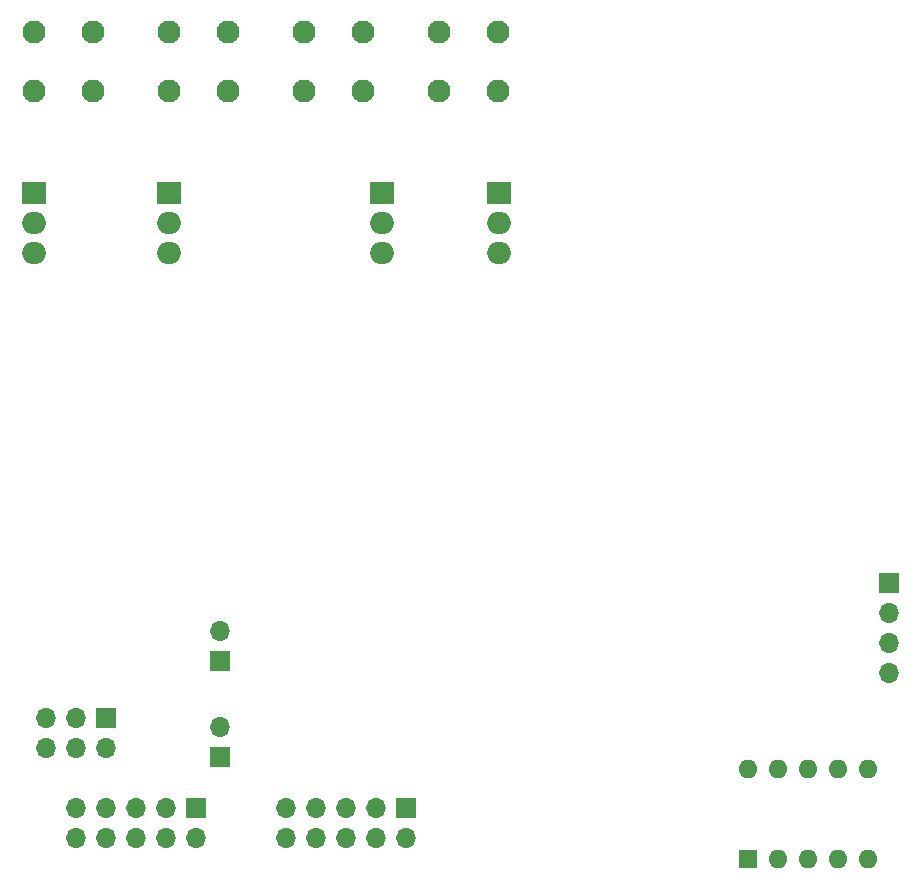
<source format=gbr>
%TF.GenerationSoftware,KiCad,Pcbnew,5.1.10-88a1d61d58~90~ubuntu20.04.1*%
%TF.CreationDate,2021-10-13T16:19:26+02:00*%
%TF.ProjectId,XT_V1,58545f56-312e-46b6-9963-61645f706362,rev?*%
%TF.SameCoordinates,Original*%
%TF.FileFunction,Soldermask,Bot*%
%TF.FilePolarity,Negative*%
%FSLAX46Y46*%
G04 Gerber Fmt 4.6, Leading zero omitted, Abs format (unit mm)*
G04 Created by KiCad (PCBNEW 5.1.10-88a1d61d58~90~ubuntu20.04.1) date 2021-10-13 16:19:26*
%MOMM*%
%LPD*%
G01*
G04 APERTURE LIST*
%ADD10O,2.000000X1.905000*%
%ADD11R,2.000000X1.905000*%
%ADD12C,1.950000*%
%ADD13O,1.600000X1.600000*%
%ADD14R,1.600000X1.600000*%
%ADD15O,1.700000X1.700000*%
%ADD16R,1.700000X1.700000*%
G04 APERTURE END LIST*
D10*
%TO.C,Q10*%
X154686000Y-82296000D03*
X154686000Y-79756000D03*
D11*
X154686000Y-77216000D03*
%TD*%
D10*
%TO.C,Q9*%
X144780000Y-82296000D03*
X144780000Y-79756000D03*
D11*
X144780000Y-77216000D03*
%TD*%
D10*
%TO.C,Q8*%
X126746000Y-82296000D03*
X126746000Y-79756000D03*
D11*
X126746000Y-77216000D03*
%TD*%
D10*
%TO.C,Q6*%
X115316000Y-82296000D03*
X115316000Y-79756000D03*
D11*
X115316000Y-77216000D03*
%TD*%
D12*
%TO.C,J10*%
X154606000Y-63580000D03*
X154606000Y-68580000D03*
X149606000Y-63580000D03*
X149606000Y-68580000D03*
%TD*%
%TO.C,J9*%
X143176000Y-63580000D03*
X143176000Y-68580000D03*
X138176000Y-63580000D03*
X138176000Y-68580000D03*
%TD*%
%TO.C,J8*%
X120316000Y-63580000D03*
X120316000Y-68580000D03*
X115316000Y-63580000D03*
X115316000Y-68580000D03*
%TD*%
%TO.C,J7*%
X131746000Y-63580000D03*
X131746000Y-68580000D03*
X126746000Y-63580000D03*
X126746000Y-68580000D03*
%TD*%
D13*
%TO.C,SW1*%
X175768000Y-125984000D03*
X185928000Y-133604000D03*
X178308000Y-125984000D03*
X183388000Y-133604000D03*
X180848000Y-125984000D03*
X180848000Y-133604000D03*
X183388000Y-125984000D03*
X178308000Y-133604000D03*
X185928000Y-125984000D03*
D14*
X175768000Y-133604000D03*
%TD*%
D15*
%TO.C,J6*%
X136652000Y-131826000D03*
X136652000Y-129286000D03*
X139192000Y-131826000D03*
X139192000Y-129286000D03*
X141732000Y-131826000D03*
X141732000Y-129286000D03*
X144272000Y-131826000D03*
X144272000Y-129286000D03*
X146812000Y-131826000D03*
D16*
X146812000Y-129286000D03*
%TD*%
D15*
%TO.C,J5*%
X118872000Y-131826000D03*
X118872000Y-129286000D03*
X121412000Y-131826000D03*
X121412000Y-129286000D03*
X123952000Y-131826000D03*
X123952000Y-129286000D03*
X126492000Y-131826000D03*
X126492000Y-129286000D03*
X129032000Y-131826000D03*
D16*
X129032000Y-129286000D03*
%TD*%
D15*
%TO.C,J4*%
X116332000Y-124206000D03*
X116332000Y-121666000D03*
X118872000Y-124206000D03*
X118872000Y-121666000D03*
X121412000Y-124206000D03*
D16*
X121412000Y-121666000D03*
%TD*%
D15*
%TO.C,J3*%
X131064000Y-114300000D03*
D16*
X131064000Y-116840000D03*
%TD*%
D15*
%TO.C,J2*%
X131064000Y-122428000D03*
D16*
X131064000Y-124968000D03*
%TD*%
D15*
%TO.C,J1*%
X187706000Y-117856000D03*
X187706000Y-115316000D03*
X187706000Y-112776000D03*
D16*
X187706000Y-110236000D03*
%TD*%
M02*

</source>
